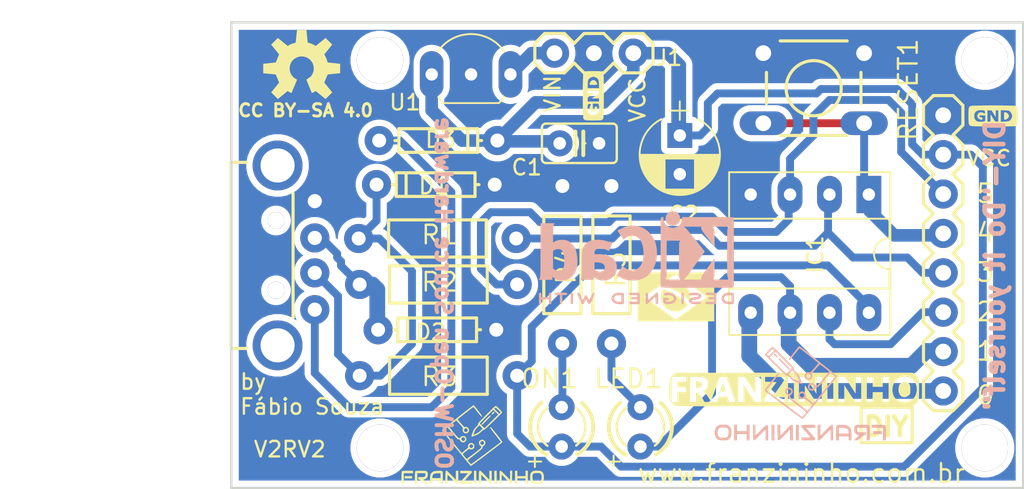
<source format=kicad_pcb>
(kicad_pcb (version 20171130) (host pcbnew 5.1.9-73d0e3b20d~88~ubuntu18.04.1)
  (layers (0 Top signal) (31 Bottom signal) (34 B.Paste user) (35 F.Paste user) (36 B.SilkS user) (37 F.SilkS user) (38 B.Mask user) (39 F.Mask user) (44 Edge.Cuts user))
  (net 0 "")
  (net 1 GND)
  (net 2 5V)
  (net 3 "Net-(D3-PadA)")
  (net 4 "Net-(D1-PadC)")
  (net 5 "Net-(D2-PadC)")
  (net 6 "Net-(IC1-Pad7)")
  (net 7 "Net-(IC1-Pad6)")
  (net 8 "Net-(IC1-Pad5)")
  (net 9 "Net-(IC1-Pad3)")
  (net 10 "Net-(IC1-Pad2)")
  (net 11 "Net-(IC1-Pad1)")
  (net 12 "Net-(LED1-PadK)")
  (net 13 "Net-(ON1-PadK)")
  (net 14 "Net-(J1-Pad3)")
  (module Franzininho:LED3MM (layer Top) (at 144.272 116.078 90)
    (fp_text reference ON1 (at 3.81 1.143) (layer F.SilkS) (effects (font (size 1.2 1.2) (thickness 0.1524)) (justify right top)))
    (fp_text value LED3MM)
    (pad K thru_hole circle (at 1.27 0 90) (size 1.6764 1.6764) (drill 0.8128) (layers *.Cu *.Mask) (net 13 "Net-(ON1-PadK)"))
    (pad A thru_hole circle (at -1.27 0 90) (size 1.6764 1.6764) (drill 0.8128) (layers *.Cu *.Mask) (net 2 5V))
  )
  (module "" (layer Top) (at 132.56235 92.4361)
    (fp_text reference @HOLE0 hide)
    (fp_text value "" (at 0 0) (layer F.SilkS) (effects (font (size 1.27 1.27))))
    (pad "" thru_hole circle (at 0 0) (size 3 3) (drill 3) (layers *.Cu *.Mask))
  )
  (module "" (layer Top) (at 171.56235 92.4361)
    (fp_text reference @HOLE1 hide)
    (fp_text value "" (at 0 0) (layer F.SilkS) (effects (font (size 1.27 1.27))))
    (pad "" thru_hole circle (at 0 0) (size 3 3) (drill 3) (layers *.Cu *.Mask))
  )
  (module "" (layer Top) (at 171.56235 117.4361)
    (fp_text reference @HOLE2 hide)
    (fp_text value "" (at 0 0) (layer F.SilkS) (effects (font (size 1.27 1.27))))
    (pad "" thru_hole circle (at 0 0) (size 3 3) (drill 3) (layers *.Cu *.Mask))
  )
  (module "" (layer Top) (at 132.56235 117.4361)
    (fp_text reference @HOLE3 hide)
    (fp_text value "" (at 0 0) (layer F.SilkS) (effects (font (size 1.27 1.27))))
    (pad "" thru_hole circle (at 0 0) (size 3 3) (drill 3) (layers *.Cu *.Mask))
  )
  (module Franzininho:USB-A-H (layer Top) (at 125.95235 105.0186)
    (fp_text reference X1 hide)
    (fp_text value USB-A-H hide)
    (pad "" thru_hole circle (at -0.1 2.25) (size 1.1 1.1) (drill 1.1) (layers *.Cu *.Mask))
    (pad "" thru_hole circle (at -0.1 -2.25) (size 1.1 1.1) (drill 1.1) (layers *.Cu *.Mask))
    (pad GND3 thru_hole circle (at 0 -5.8 270) (size 3.216 3.216) (drill 2.2) (layers *.Cu *.Mask))
    (pad GND2 thru_hole circle (at 0 5.8 270) (size 3.216 3.216) (drill 2.2) (layers *.Cu *.Mask))
    (pad VBUS thru_hole circle (at 2.4 3.5 270) (size 1.8796 1.8796) (drill 0.9144) (layers *.Cu *.Mask) (net 3 "Net-(D3-PadA)"))
    (pad D- thru_hole circle (at 2.4 1.127 270) (size 1.8796 1.8796) (drill 0.9144) (layers *.Cu *.Mask) (net 4 "Net-(D1-PadC)"))
    (pad D+ thru_hole circle (at 2.4 -1.127 270) (size 1.8796 1.8796) (drill 0.9144) (layers *.Cu *.Mask) (net 5 "Net-(D2-PadC)"))
    (pad GND thru_hole circle (at 2.4 -3.5 270) (size 1.8796 1.8796) (drill 0.9144) (layers *.Cu *.Mask) (net 1 GND))
  )
  (module Franzininho:DIODE-BZT52 (layer Top) (at 136.24585 109.8141 180)
    (fp_text reference D2 (at -0.66015 0.4417) (layer F.SilkS) (effects (font (thickness 0.1524)) (justify right top)))
    (fp_text value BZT52 hide)
    (pad C thru_hole circle (at 3.81 0 180) (size 1.8796 1.8796) (drill 0.9) (layers *.Cu *.Mask) (net 5 "Net-(D2-PadC)"))
    (pad A thru_hole circle (at -3.81 0 180) (size 1.8796 1.8796) (drill 0.9) (layers *.Cu *.Mask) (net 1 GND))
  )
  (module Franzininho:DIODE-BZT52 (layer Top) (at 136.14685 100.4521 180)
    (fp_text reference D1 (at -0.96235 0.4777) (layer F.SilkS) (effects (font (thickness 0.1524)) (justify right top)))
    (fp_text value BZT52 hide)
    (pad C thru_hole circle (at 3.81 0 180) (size 1.8796 1.8796) (drill 0.9) (layers *.Cu *.Mask) (net 4 "Net-(D1-PadC)"))
    (pad A thru_hole circle (at -3.81 0 180) (size 1.8796 1.8796) (drill 0.9) (layers *.Cu *.Mask) (net 1 GND))
  )
  (module Franzininho:C025-025X050 (layer Top) (at 145.415 97.79)
    (fp_text reference C1 (at -2.31845 0.9668) (layer F.SilkS) (effects (font (thickness 0.1524)) (justify right top)))
    (fp_text value 0.1uf)
    (pad 2 thru_hole circle (at 1.27 0) (size 1.6764 1.6764) (drill 0.8128) (layers *.Cu *.Mask) (net 1 GND))
    (pad 1 thru_hole circle (at -1.27 0) (size 1.6764 1.6764) (drill 0.8128) (layers *.Cu *.Mask) (net 2 5V))
  )
  (module Franzininho:AXIAL-0.4 (layer Top) (at 136.26235 103.9281)
    (fp_text reference R1 (at -1.13435 0.4659) (layer F.SilkS) (effects (font (size 1.2 1.2) (thickness 0.1524)) (justify left bottom)))
    (fp_text value 68R hide)
    (pad P$2 thru_hole circle (at 5.08 0) (size 1.8796 1.8796) (drill 0.9) (layers *.Cu *.Mask) (net 10 "Net-(IC1-Pad2)"))
    (pad P$1 thru_hole circle (at -5.08 0) (size 1.8796 1.8796) (drill 0.9) (layers *.Cu *.Mask) (net 4 "Net-(D1-PadC)"))
  )
  (module Franzininho:AXIAL-0.4 (layer Top) (at 136.32485 106.8931)
    (fp_text reference R2 (at -1.19685 0.5489) (layer F.SilkS) (effects (font (size 1.2 1.2) (thickness 0.1524)) (justify left bottom)))
    (fp_text value 68R hide)
    (pad P$2 thru_hole circle (at 5.08 0) (size 1.8796 1.8796) (drill 0.9) (layers *.Cu *.Mask) (net 9 "Net-(IC1-Pad3)"))
    (pad P$1 thru_hole circle (at -5.08 0) (size 1.8796 1.8796) (drill 0.9) (layers *.Cu *.Mask) (net 5 "Net-(D2-PadC)"))
  )
  (module Franzininho:AXIAL-0.4 (layer Top) (at 136.32485 112.776 180)
    (fp_text reference R3 hide)
    (fp_text value 1K5 hide)
    (fp_text user R3 (at 1.19685 -0.762 180) (layer F.SilkS) (effects (font (size 1.2 1.2) (thickness 0.1524)) (justify left bottom)))
    (pad P$2 thru_hole circle (at 5.08 0 180) (size 1.8796 1.8796) (drill 0.9) (layers *.Cu *.Mask) (net 4 "Net-(D1-PadC)"))
    (pad P$1 thru_hole circle (at -5.08 0 180) (size 1.8796 1.8796) (drill 0.9) (layers *.Cu *.Mask) (net 2 5V))
  )
  (module Franzininho:LED3MM (layer Top) (at 149.352 116.078 90)
    (fp_text reference LED1 (at 3.81 1.524) (layer F.SilkS) (effects (font (size 1.2 1.2) (thickness 0.1524)) (justify right top)))
    (fp_text value LED3MM)
    (pad K thru_hole circle (at 1.27 0 90) (size 1.6764 1.6764) (drill 0.8128) (layers *.Cu *.Mask) (net 12 "Net-(LED1-PadK)"))
    (pad A thru_hole circle (at -1.27 0 90) (size 1.6764 1.6764) (drill 0.8128) (layers *.Cu *.Mask) (net 7 "Net-(IC1-Pad6)"))
  )
  (module Franzininho:AXIAL-0.4 (layer Top) (at 147.48585 105.6231 270)
    (fp_text reference R5 (at -0.9751 0.41985 90) (layer F.SilkS) (effects (font (size 1.2 1.2) (thickness 0.1524)) (justify right top)))
    (fp_text value 1K hide)
    (pad P$2 thru_hole circle (at 5.08 0 270) (size 1.8796 1.8796) (drill 0.9) (layers *.Cu *.Mask) (net 12 "Net-(LED1-PadK)"))
    (pad P$1 thru_hole circle (at -5.08 0 270) (size 1.8796 1.8796) (drill 0.9) (layers *.Cu *.Mask) (net 1 GND))
  )
  (module Franzininho:DIODE-1N4148 (layer Top) (at 136.31645 97.6105)
    (fp_text reference D3 (at -0.93445 0.5351) (layer F.SilkS) (effects (font (thickness 0.1524)) (justify left bottom)))
    (fp_text value 1N4148 hide)
    (pad C thru_hole circle (at 3.81 0) (size 1.8796 1.8796) (drill 0.9) (layers *.Cu *.Mask) (net 2 5V))
    (pad A thru_hole circle (at -3.81 0) (size 1.8796 1.8796) (drill 0.9) (layers *.Cu *.Mask) (net 3 "Net-(D3-PadA)"))
  )
  (module Franzininho:AXIAL-0.4 (layer Top) (at 144.32085 105.6231 270)
    (fp_text reference R4 (at -1.1783 0.45525 90) (layer F.SilkS) (effects (font (size 1.2 1.2) (thickness 0.1524)) (justify right top)))
    (fp_text value 1K hide)
    (pad P$2 thru_hole circle (at 5.08 0 270) (size 1.8796 1.8796) (drill 0.9) (layers *.Cu *.Mask) (net 13 "Net-(ON1-PadK)"))
    (pad P$1 thru_hole circle (at -5.08 0 270) (size 1.8796 1.8796) (drill 0.9) (layers *.Cu *.Mask) (net 1 GND))
  )
  (module Franzininho:1X08_ROUND (layer Top) (at 168.87985 113.7611 90)
    (fp_text reference JP3 hide)
    (fp_text value M08)
    (pad 8 thru_hole circle (at 17.78 0 180) (size 1.8796 1.8796) (drill 1.016) (layers *.Cu *.Mask) (net 1 GND))
    (pad 7 thru_hole circle (at 15.24 0 180) (size 1.8796 1.8796) (drill 1.016) (layers *.Cu *.Mask) (net 2 5V))
    (pad 6 thru_hole circle (at 12.7 0 180) (size 1.8796 1.8796) (drill 1.016) (layers *.Cu *.Mask) (net 9 "Net-(IC1-Pad3)"))
    (pad 5 thru_hole circle (at 10.16 0 180) (size 1.8796 1.8796) (drill 1.016) (layers *.Cu *.Mask) (net 11 "Net-(IC1-Pad1)"))
    (pad 4 thru_hole circle (at 7.62 0 180) (size 1.8796 1.8796) (drill 1.016) (layers *.Cu *.Mask) (net 10 "Net-(IC1-Pad2)"))
    (pad 3 thru_hole circle (at 5.08 0 180) (size 1.8796 1.8796) (drill 1.016) (layers *.Cu *.Mask) (net 6 "Net-(IC1-Pad7)"))
    (pad 2 thru_hole circle (at 2.54 0 180) (size 1.8796 1.8796) (drill 1.016) (layers *.Cu *.Mask) (net 7 "Net-(IC1-Pad6)"))
    (pad 1 thru_hole circle (at 0 0 180) (size 1.8796 1.8796) (drill 1.016) (layers *.Cu *.Mask) (net 8 "Net-(IC1-Pad5)"))
  )
  (module Franzininho:OSHW-LOGO-M (layer Top) (at 127.508 92.964)
    (fp_text reference LOGO1 hide)
    (fp_text value OSHW-LOGOM hide)
  )
  (module Franzininho:1X03 (layer Top) (at 148.89235 91.9761 180)
    (fp_text reference J1 (at -3.25365 0.2821) (layer F.SilkS) (effects (font (thickness 0.1524)) (justify right top)))
    (fp_text value M03PTH)
    (pad 3 thru_hole circle (at 5.08 0 270) (size 1.8796 1.8796) (drill 1.016) (layers *.Cu *.Mask) (net 14 "Net-(J1-Pad3)"))
    (pad 2 thru_hole circle (at 2.54 0 270) (size 1.8796 1.8796) (drill 1.016) (layers *.Cu *.Mask) (net 1 GND))
    (pad 1 thru_hole circle (at 0 0 270) (size 1.8796 1.8796) (drill 1.016) (layers *.Cu *.Mask) (net 2 5V))
  )
  (module Franzininho:TAC-SWITCH-PTH (layer Top) (at 160.528 94.234 180)
    (fp_text reference RESET1 (at -5.3848 3.302 90) (layer F.SilkS) (effects (font (size 1.2065 1.2065) (thickness 0.1524)) (justify right top)))
    (fp_text value TACTILE-SWITCH-PTH)
    (pad 1 thru_hole oval (at -3.2512 -2.2606 180) (size 3.048 1.524) (drill 1.016) (layers *.Cu *.Mask) (net 11 "Net-(IC1-Pad1)"))
    (pad 2 thru_hole oval (at 3.2512 -2.2606 180) (size 3.048 1.524) (drill 1.016) (layers *.Cu *.Mask) (net 11 "Net-(IC1-Pad1)"))
    (pad 3 thru_hole oval (at -3.2512 2.2606 180) (size 3.048 1.524) (drill 1.016) (layers *.Cu *.Mask) (net 1 GND))
    (pad 4 thru_hole oval (at 3.2512 2.2606 180) (size 3.048 1.524) (drill 1.016) (layers *.Cu *.Mask) (net 1 GND))
  )
  (module library:TO-92_Inline_Wide (layer Top) (at 135.89 93.345)
    (fp_text reference U1 (at -1.7272 1.8034 180) (layer F.SilkS))
    (fp_text value L78L05_TO92)
    (pad 1 thru_hole oval (at 0 0 90) (size 3 1.52) (drill 0.8) (layers *.Cu *.Mask) (net 2 5V))
    (pad 3 thru_hole oval (at 5.08 0 90) (size 3 1.52) (drill 0.8) (layers *.Cu *.Mask) (net 14 "Net-(J1-Pad3)"))
    (pad 2 thru_hole oval (at 2.54 0 90) (size 3 1.52) (drill 0.8) (layers *.Cu *.Mask) (net 1 GND))
  )
  (module Housings_DIP:DIP-8_W7.62mm_Socket_LongPads (layer Top) (at 164.084 101.092 270)
    (fp_text reference IC1 (at 3.8608 3.4544 270) (layer F.SilkS))
    (fp_text value "ATTINY85 - 20PU")
    (pad 8 thru_hole oval (at 7.62 0 270) (size 2.4 1.6) (drill 0.8) (layers *.Cu *.Mask) (net 2 5V))
    (pad 4 thru_hole oval (at 0 7.62 270) (size 2.4 1.6) (drill 0.8) (layers *.Cu *.Mask) (net 1 GND))
    (pad 7 thru_hole oval (at 7.62 2.54 270) (size 2.4 1.6) (drill 0.8) (layers *.Cu *.Mask) (net 6 "Net-(IC1-Pad7)"))
    (pad 3 thru_hole oval (at 0 5.08 270) (size 2.4 1.6) (drill 0.8) (layers *.Cu *.Mask) (net 9 "Net-(IC1-Pad3)"))
    (pad 6 thru_hole oval (at 7.62 5.08 270) (size 2.4 1.6) (drill 0.8) (layers *.Cu *.Mask) (net 7 "Net-(IC1-Pad6)"))
    (pad 2 thru_hole oval (at 0 2.54 270) (size 2.4 1.6) (drill 0.8) (layers *.Cu *.Mask) (net 10 "Net-(IC1-Pad2)"))
    (pad 5 thru_hole oval (at 7.62 7.62 270) (size 2.4 1.6) (drill 0.8) (layers *.Cu *.Mask) (net 8 "Net-(IC1-Pad5)"))
    (pad 1 thru_hole rect (at 0 0 270) (size 2.4 1.6) (drill 0.8) (layers *.Cu *.Mask) (net 11 "Net-(IC1-Pad1)"))
  )
  (module Graphics:FRANZININHO_16x2 (layer Top) (at 159.258 113.665)
    (fp_text reference G*** hide)
    (fp_text value LOGO hide)
  )
  (module Graphics:bandeiraBrasil (layer Top) (at 151.638 107.696)
    (fp_text reference G*** hide)
    (fp_text value LOGO hide)
  )
  (module Capacitors_THT:CP_Radial_D5.0mm_P2.50mm (layer Top) (at 151.892 97.282 270)
    (fp_text reference C2 (at 5.08 -0.254) (layer F.SilkS))
    (fp_text value 10uF)
    (pad 2 thru_hole circle (at 2.5 0 270) (size 1.6 1.6) (drill 0.8) (layers *.Cu *.Mask) (net 1 GND))
    (pad 1 thru_hole rect (at 0 0 270) (size 1.6 1.6) (drill 0.8) (layers *.Cu *.Mask) (net 2 5V))
  )
  (module Graphics:GND2 (layer Top) (at 172.085 96.012)
    (fp_text reference G*** hide)
    (fp_text value LOGO hide)
  )
  (module Graphics:GND2 (layer Top) (at 146.304 94.742 90)
    (fp_text reference G*** hide)
    (fp_text value LOGO hide)
  )
  (module Graphics:logo-franzininho12_7 (layer Bottom) (at 159.639 113.919 180)
    (fp_text reference G*** hide)
    (fp_text value LOGO hide)
  )
  (module Graphics:logo-franzininho10_6 (layer Top) (at 138.557 117.221)
    (fp_text reference G*** hide)
    (fp_text value LOGO hide)
  )
  (module Symbols:KiCad-Logo2_6mm_SilkScreen (layer Bottom) (at 149.098 105.156 180)
    (fp_text reference REF*** hide)
    (fp_text value KiCad-Logo2_6mm_SilkScreen hide)
  )
  (gr_text "OSHW-Open Source Hardware" (at 136.652 107.442 270) (layer B.SilkS) (effects (font (size 1 1) (thickness 0.25)) (justify mirror)))
  (gr_text "DIY-\"Do it yourself\"" (at 172.212 105.664 90) (layer B.SilkS) (effects (font (size 1.2 1.2) (thickness 0.3)) (justify mirror)))
  (gr_text 5 (at 172.2755 100.33) (layer F.SilkS) (effects (font (size 1.2 1.2) (thickness 0.1524)) (justify right top)))
  (gr_text 4 (at 172.2755 102.87) (layer F.SilkS) (effects (font (size 1.2 1.2) (thickness 0.1524)) (justify right top)))
  (gr_text 3 (at 172.2755 105.41) (layer F.SilkS) (effects (font (size 1.2 1.2) (thickness 0.1524)) (justify right top)))
  (gr_text 2 (at 172.2755 107.95) (layer F.SilkS) (effects (font (size 1.2 1.2) (thickness 0.1524)) (justify right top)))
  (gr_text 1 (at 172.2755 110.49) (layer F.SilkS) (effects (font (size 1.2 1.2) (thickness 0.1524)) (justify right top)))
  (gr_text "by\nFábio Souza\n\n" (at 123.444 116.967) (layer F.SilkS) (effects (font (size 1 1) (thickness 0.1524)) (justify left bottom)))
  (gr_line (start 166.88562 117.094) (end 166.63162 117.094) (layer F.SilkS) (width 0.2))
  (gr_line (start 166.88562 114.808) (end 166.63162 114.808) (layer F.SilkS) (width 0.2))
  (gr_line (start 166.88562 117.094) (end 166.88562 114.808) (layer F.SilkS) (width 0.2))
  (gr_line (start 163.58362 114.808) (end 166.63162 114.808) (layer F.SilkS) (width 0.2))
  (gr_line (start 163.58362 117.094) (end 166.63162 117.094) (layer F.SilkS) (width 0.2))
  (gr_line (start 163.58362 114.808) (end 163.58362 117.094) (layer F.SilkS) (width 0.2))
  (gr_text DIY (at 165.2143 116.0653) (layer F.SilkS) (effects (font (size 1.2 1.2) (thickness 0.3))))
  (gr_line (start 122.96735 120.0186) (end 174.03485 120.0186) (layer Edge.Cuts) (width 0.15))
  (gr_line (start 174.03485 120.0186) (end 174.03485 89.9886) (layer Edge.Cuts) (width 0.15))
  (gr_line (start 174.03485 89.9886) (end 122.96735 89.9886) (layer Edge.Cuts) (width 0.15))
  (gr_line (start 122.96735 89.9886) (end 122.96735 120.0186) (layer Edge.Cuts) (width 0.15))
  (gr_text "CC BY-SA 4.0" (at 123.317 96.139) (layer F.SilkS) (effects (font (size 0.8 0.8) (thickness 0.18288)) (justify left bottom)))
  (gr_text VCC (at 173.355 98.171) (layer F.SilkS) (effects (font (size 1 1) (thickness 0.1524)) (justify right top)))
  (gr_text 0 (at 172.2755 113.3475) (layer F.SilkS) (effects (font (size 1.2 1.2) (thickness 0.1524)) (justify right top)))
  (gr_text V2RV2 (at 124.333 118.11) (layer F.SilkS) (effects (font (size 1 1) (thickness 0.1524)) (justify left bottom)))
  (gr_text www.franzininho.com.br (at 149.098 118.364) (layer F.SilkS) (effects (font (size 1.2 1.2) (thickness 0.1524)) (justify left top)))
  (gr_text VCC (at 148.57485 93.472 90) (layer F.SilkS) (effects (font (size 1 1) (thickness 0.1524)) (justify right top)))
  (gr_text VIN (at 144.272 95.885 90) (layer F.SilkS) (effects (font (size 1 1) (thickness 0.1524)) (justify left bottom)))
  (segment (start 159.3088 91.9734) (end 163.7792 91.9734) (width 0.508) (layer Top) (net 1))
  (segment (start 157.2768 91.9734) (end 159.3088 91.9734) (width 0.508) (layer Top) (net 1))
  (segment (start 140.12645 97.6105) (end 140.08295 97.6105) (width 0.4064) (layer Bottom) (net 2))
  (segment (start 140.08295 97.6105) (end 140.00235 97.6911) (width 0.4064) (layer Bottom) (net 2))
  (segment (start 169.2336 98.6436) (end 168.87985 98.5211) (width 0.4064) (layer Bottom) (net 2))
  (segment (start 163.81485 108.646) (end 163.99395 108.8251) (width 0.8128) (layer Bottom) (net 2))
  (segment (start 168.75735 98.6436) (end 168.87985 98.5211) (width 0.8128) (layer Bottom) (net 2))
  (segment (start 148.89235 91.9761) (end 151.11485 91.9761) (width 0.8128) (layer Bottom) (net 2))
  (segment (start 151.11485 91.9761) (end 151.74985 92.6111) (width 0.8128) (layer Bottom) (net 2))
  (segment (start 148.89235 91.9761) (end 148.89235 93.2461) (width 0.8128) (layer Bottom) (net 2))
  (segment (start 148.89235 93.2461) (end 146.98735 95.1511) (width 0.8128) (layer Bottom) (net 2))
  (segment (start 146.98735 95.1511) (end 142.58585 95.1511) (width 0.8128) (layer Bottom) (net 2))
  (segment (start 142.58585 95.1511) (end 140.12645 97.6105) (width 0.8128) (layer Bottom) (net 2))
  (segment (start 144.10125 97.663) (end 140.25335 97.663) (width 0.8128) (layer Bottom) (net 2))
  (segment (start 140.25335 97.4836) (end 140.12645 97.6105) (width 0.8128) (layer Bottom) (net 2))
  (segment (start 138.797373 97.6105) (end 140.12645 97.6105) (width 0.8128) (layer Bottom) (net 2))
  (segment (start 137.8427 97.6105) (end 138.797373 97.6105) (width 0.8128) (layer Bottom) (net 2))
  (segment (start 135.89 95.6578) (end 137.8427 97.6105) (width 0.8128) (layer Bottom) (net 2))
  (segment (start 135.89 93.345) (end 135.89 95.6578) (width 0.8128) (layer Bottom) (net 2))
  (segment (start 142.344649 111.836201) (end 141.40485 112.776) (width 0.508) (layer Bottom) (net 2))
  (segment (start 142.344649 109.623351) (end 142.344649 111.836201) (width 0.508) (layer Bottom) (net 2))
  (segment (start 146.304 105.664) (end 142.344649 109.623351) (width 0.508) (layer Bottom) (net 2))
  (segment (start 161.436 105.664) (end 146.304 105.664) (width 0.508) (layer Bottom) (net 2))
  (segment (start 164.084 108.312) (end 161.436 105.664) (width 0.508) (layer Bottom) (net 2))
  (segment (start 164.084 108.712) (end 164.084 108.312) (width 0.508) (layer Bottom) (net 2))
  (segment (start 160.996733 94.287989) (end 160.714143 94.570579) (width 0.508) (layer Bottom) (net 2))
  (segment (start 165.901267 94.287989) (end 160.996733 94.287989) (width 0.508) (layer Bottom) (net 2))
  (segment (start 160.714143 94.570579) (end 154.330621 94.570579) (width 0.508) (layer Bottom) (net 2))
  (segment (start 167.550773 98.5211) (end 166.878 97.848327) (width 0.508) (layer Bottom) (net 2))
  (segment (start 168.87985 98.5211) (end 167.550773 98.5211) (width 0.508) (layer Bottom) (net 2))
  (segment (start 166.878 95.264722) (end 165.901267 94.287989) (width 0.508) (layer Bottom) (net 2))
  (segment (start 166.878 97.848327) (end 166.878 95.264722) (width 0.508) (layer Bottom) (net 2))
  (segment (start 142.24 117.348) (end 144.272 117.348) (width 0.508) (layer Bottom) (net 2))
  (segment (start 141.40485 112.776) (end 141.40485 116.51285) (width 0.508) (layer Bottom) (net 2))
  (segment (start 141.40485 116.51285) (end 142.24 117.348) (width 0.508) (layer Bottom) (net 2))
  (segment (start 169.00235 98.6436) (end 168.87985 98.5211) (width 1.016) (layer Bottom) (net 2))
  (segment (start 144.272 117.348) (end 146.812 117.348) (width 0.508) (layer Bottom) (net 2))
  (segment (start 166.360749 118.640201) (end 171.43485 113.5661) (width 0.508) (layer Bottom) (net 2))
  (segment (start 148.104201 118.640201) (end 166.360749 118.640201) (width 0.508) (layer Bottom) (net 2))
  (segment (start 146.812 117.348) (end 148.104201 118.640201) (width 0.508) (layer Bottom) (net 2))
  (segment (start 168.87985 98.5211) (end 170.6571 98.5211) (width 0.508) (layer Bottom) (net 2))
  (segment (start 171.43485 99.29885) (end 171.43485 113.5661) (width 0.508) (layer Bottom) (net 2))
  (segment (start 170.6571 98.5211) (end 171.43485 99.29885) (width 0.508) (layer Bottom) (net 2))
  (segment (start 151.74985 92.6111) (end 151.74985 97.15135) (width 0.8128) (layer Bottom) (net 2))
  (segment (start 151.892 92.75325) (end 151.74985 92.6111) (width 0.8128) (layer Bottom) (net 2))
  (segment (start 151.892 97.282) (end 151.892 92.75325) (width 0.8128) (layer Bottom) (net 2))
  (segment (start 151.892 97.282) (end 153.2 97.282) (width 0.508) (layer Bottom) (net 2))
  (segment (start 153.7006 96.7814) (end 153.7006 95.2006) (width 0.508) (layer Bottom) (net 2))
  (segment (start 153.2 97.282) (end 153.7006 96.7814) (width 0.508) (layer Bottom) (net 2))
  (segment (start 154.330621 94.570579) (end 153.7006 95.2006) (width 0.508) (layer Bottom) (net 2))
  (segment (start 137.16 100.934973) (end 133.835527 97.6105) (width 0.508) (layer Bottom) (net 3))
  (segment (start 137.16 113.538) (end 137.16 100.934973) (width 0.508) (layer Bottom) (net 3))
  (segment (start 133.835527 97.6105) (end 132.50645 97.6105) (width 0.508) (layer Bottom) (net 3))
  (segment (start 128.35235 108.5186) (end 128.35235 112.60435) (width 0.508) (layer Bottom) (net 3))
  (segment (start 128.35235 112.60435) (end 130.556 114.808) (width 0.508) (layer Bottom) (net 3))
  (segment (start 135.89 114.808) (end 137.16 113.538) (width 0.508) (layer Bottom) (net 3))
  (segment (start 130.556 114.808) (end 135.89 114.808) (width 0.508) (layer Bottom) (net 3))
  (segment (start 129.292149 107.085399) (end 128.35235 106.1456) (width 0.508) (layer Bottom) (net 4))
  (segment (start 129.851049 107.644299) (end 129.292149 107.085399) (width 0.508) (layer Bottom) (net 4))
  (segment (start 129.851049 111.382199) (end 129.851049 107.644299) (width 0.508) (layer Bottom) (net 4))
  (segment (start 131.24485 112.776) (end 129.851049 111.382199) (width 0.508) (layer Bottom) (net 4))
  (segment (start 132.573927 112.776) (end 134.62 110.729927) (width 0.508) (layer Bottom) (net 4))
  (segment (start 131.24485 112.776) (end 132.573927 112.776) (width 0.508) (layer Bottom) (net 4))
  (segment (start 134.62 106.036673) (end 134.62 110.729927) (width 0.508) (layer Bottom) (net 4))
  (segment (start 132.511427 103.9281) (end 134.62 106.036673) (width 0.508) (layer Bottom) (net 4))
  (segment (start 131.18235 103.9281) (end 132.511427 103.9281) (width 0.508) (layer Bottom) (net 4))
  (segment (start 132.33685 102.7736) (end 131.18235 103.9281) (width 0.508) (layer Bottom) (net 4))
  (segment (start 132.33685 100.4521) (end 132.33685 102.7736) (width 0.508) (layer Bottom) (net 4))
  (segment (start 131.24485 106.8931) (end 131.24485 107.0311) (width 0.6096) (layer Bottom) (net 5))
  (segment (start 132.38235 107.2161) (end 132.38235 109.7606) (width 1.016) (layer Bottom) (net 5))
  (segment (start 132.38235 109.7606) (end 132.43585 109.8141) (width 0.6096) (layer Bottom) (net 5))
  (segment (start 132.38235 107.2161) (end 132.06485 106.8986) (width 1.016) (layer Bottom) (net 5))
  (segment (start 132.06485 106.8986) (end 131.25035 106.8986) (width 1.016) (layer Bottom) (net 5))
  (segment (start 131.25035 106.8986) (end 131.24485 106.8931) (width 1.016) (layer Bottom) (net 5))
  (segment (start 128.7836 103.8916) (end 128.35235 103.8916) (width 0.508) (layer Bottom) (net 5))
  (segment (start 129.794 104.902) (end 128.7836 103.8916) (width 0.508) (layer Bottom) (net 5))
  (segment (start 129.794 105.156) (end 129.794 104.902) (width 0.508) (layer Bottom) (net 5))
  (segment (start 130.048 105.41) (end 129.794 105.156) (width 0.508) (layer Bottom) (net 5))
  (segment (start 131.24485 106.8931) (end 130.048 105.69625) (width 0.508) (layer Bottom) (net 5))
  (segment (start 130.048 105.69625) (end 130.048 105.41) (width 0.508) (layer Bottom) (net 5))
  (segment (start 161.544 109.112) (end 161.544 108.712) (width 0.508) (layer Bottom) (net 6))
  (segment (start 167.550773 108.6811) (end 168.87985 108.6811) (width 0.508) (layer Bottom) (net 6))
  (segment (start 165.487873 110.744) (end 167.550773 108.6811) (width 0.508) (layer Bottom) (net 6))
  (segment (start 161.868 110.744) (end 165.487873 110.744) (width 0.508) (layer Bottom) (net 6))
  (segment (start 161.544 110.42) (end 161.868 110.744) (width 0.508) (layer Bottom) (net 6))
  (segment (start 161.544 108.712) (end 161.544 110.42) (width 0.508) (layer Bottom) (net 6))
  (segment (start 158.8936 108.80475) (end 158.91395 108.8251) (width 0.4064) (layer Bottom) (net 7))
  (segment (start 158.91395 108.8251) (end 158.91395 110.72895) (width 1.016) (layer Bottom) (net 7))
  (segment (start 158.91395 110.72895) (end 160.32235 112.13735) (width 1.016) (layer Bottom) (net 7))
  (segment (start 160.32235 112.13735) (end 166.8311 112.13735) (width 1.016) (layer Bottom) (net 7))
  (segment (start 166.8311 112.13735) (end 167.7836 111.18485) (width 1.016) (layer Bottom) (net 7))
  (segment (start 167.7836 111.18485) (end 168.8436 111.18485) (width 1.016) (layer Bottom) (net 7))
  (segment (start 168.8436 111.18485) (end 168.87985 111.2211) (width 1.016) (layer Bottom) (net 7))
  (segment (start 150.537393 117.348) (end 149.352 117.348) (width 0.508) (layer Bottom) (net 7))
  (segment (start 159.004 107.004) (end 158.426 106.426) (width 0.508) (layer Bottom) (net 7))
  (segment (start 159.004 108.712) (end 159.004 107.004) (width 0.508) (layer Bottom) (net 7))
  (segment (start 154.94 106.426) (end 153.97235 107.39365) (width 0.508) (layer Bottom) (net 7))
  (segment (start 153.97235 107.39365) (end 153.97235 113.913043) (width 0.508) (layer Bottom) (net 7))
  (segment (start 158.426 106.426) (end 154.94 106.426) (width 0.508) (layer Bottom) (net 7))
  (segment (start 153.97235 113.913043) (end 150.537393 117.348) (width 0.508) (layer Bottom) (net 7))
  (segment (start 156.37395 108.8251) (end 156.37395 111.5227) (width 1.016) (layer Bottom) (net 8))
  (segment (start 168.87985 113.7611) (end 158.61235 113.7611) (width 1.016) (layer Bottom) (net 8))
  (segment (start 158.61235 113.7611) (end 156.37395 111.5227) (width 1.016) (layer Bottom) (net 8))
  (segment (start 159.05235 101.3435) (end 158.91395 101.2051) (width 0.4064) (layer Bottom) (net 9))
  (segment (start 141.39935 106.8986) (end 141.40485 106.8931) (width 0.6096) (layer Bottom) (net 9))
  (segment (start 168.75735 101.1836) (end 168.87985 101.0611) (width 0.8128) (layer Bottom) (net 9))
  (segment (start 168.68485 100.8661) (end 168.87985 101.0611) (width 0.8128) (layer Bottom) (net 9))
  (segment (start 158.91395 102.70605) (end 158.91395 101.2051) (width 0.508) (layer Bottom) (net 9))
  (segment (start 158.115 103.505) (end 158.91395 102.70605) (width 0.508) (layer Bottom) (net 9))
  (segment (start 154.94 103.505) (end 158.115 103.505) (width 0.508) (layer Bottom) (net 9))
  (segment (start 153.957701 102.522701) (end 154.94 103.505) (width 0.508) (layer Bottom) (net 9))
  (segment (start 142.875 102.87) (end 147.32 102.87) (width 0.508) (layer Bottom) (net 9))
  (segment (start 140.075773 106.8931) (end 139.065 105.882327) (width 0.508) (layer Bottom) (net 9))
  (segment (start 147.667299 102.522701) (end 153.957701 102.522701) (width 0.508) (layer Bottom) (net 9))
  (segment (start 139.065 105.882327) (end 139.065 102.87) (width 0.508) (layer Bottom) (net 9))
  (segment (start 139.7 102.235) (end 142.24 102.235) (width 0.508) (layer Bottom) (net 9))
  (segment (start 147.32 102.87) (end 147.667299 102.522701) (width 0.508) (layer Bottom) (net 9))
  (segment (start 141.40485 106.8931) (end 140.075773 106.8931) (width 0.508) (layer Bottom) (net 9))
  (segment (start 139.065 102.87) (end 139.7 102.235) (width 0.508) (layer Bottom) (net 9))
  (segment (start 142.24 102.235) (end 142.875 102.87) (width 0.508) (layer Bottom) (net 9))
  (segment (start 168.87985 101.0611) (end 166.169989 98.351239) (width 0.508) (layer Bottom) (net 9))
  (segment (start 160.510103 97.282) (end 159.004 98.788103) (width 0.508) (layer Bottom) (net 9))
  (segment (start 159.004 98.788103) (end 159.004 99.384) (width 0.508) (layer Bottom) (net 9))
  (segment (start 159.004 99.384) (end 159.004 101.092) (width 0.508) (layer Bottom) (net 9))
  (segment (start 161.544 94.996) (end 160.510103 96.029897) (width 0.508) (layer Bottom) (net 9))
  (segment (start 165.354 94.996) (end 161.544 94.996) (width 0.508) (layer Bottom) (net 9))
  (segment (start 166.169989 95.811989) (end 165.354 94.996) (width 0.508) (layer Bottom) (net 9))
  (segment (start 166.169989 98.351239) (end 166.169989 95.811989) (width 0.508) (layer Bottom) (net 9))
  (segment (start 160.510103 96.029897) (end 160.510103 97.282) (width 0.508) (layer Bottom) (net 9))
  (segment (start 161.59235 101.3435) (end 161.45395 101.2051) (width 0.8128) (layer Bottom) (net 10))
  (segment (start 141.34235 103.9281) (end 147.5319 103.9281) (width 0.508) (layer Bottom) (net 10))
  (segment (start 147.5319 103.9281) (end 148.082 103.378) (width 0.508) (layer Bottom) (net 10))
  (segment (start 148.082 103.378) (end 153.416 103.378) (width 0.508) (layer Bottom) (net 10))
  (segment (start 153.416 103.378) (end 154.432 104.394) (width 0.508) (layer Bottom) (net 10))
  (segment (start 154.432 104.394) (end 160.60445 104.394) (width 0.508) (layer Bottom) (net 10))
  (segment (start 161.45395 101.2051) (end 161.45395 103.5445) (width 0.508) (layer Bottom) (net 10))
  (segment (start 161.45395 103.5445) (end 160.60445 104.394) (width 0.508) (layer Bottom) (net 10))
  (segment (start 167.550773 106.1411) (end 166.565673 105.156) (width 0.508) (layer Bottom) (net 10))
  (segment (start 168.87985 106.1411) (end 167.550773 106.1411) (width 0.508) (layer Bottom) (net 10))
  (segment (start 163.06545 105.156) (end 161.45395 103.5445) (width 0.508) (layer Bottom) (net 10))
  (segment (start 166.565673 105.156) (end 163.06545 105.156) (width 0.508) (layer Bottom) (net 10))
  (segment (start 164.13235 101.3435) (end 164.13235 102.1361) (width 0.8128) (layer Bottom) (net 11))
  (segment (start 164.13235 102.1361) (end 165.71985 103.7236) (width 0.8128) (layer Bottom) (net 11))
  (segment (start 165.71985 103.7236) (end 168.75735 103.7236) (width 0.8128) (layer Bottom) (net 11))
  (segment (start 168.75735 103.7236) (end 168.87985 103.6011) (width 0.6096) (layer Bottom) (net 11))
  (segment (start 163.99395 101.2051) (end 164.13235 101.3435) (width 0.6096) (layer Bottom) (net 11))
  (segment (start 164.13235 101.0667) (end 163.99395 101.2051) (width 0.8128) (layer Bottom) (net 11))
  (segment (start 163.7792 100.7872) (end 164.084 101.092) (width 0.508) (layer Bottom) (net 11))
  (segment (start 163.7792 96.4946) (end 163.7792 100.7872) (width 0.508) (layer Bottom) (net 11))
  (segment (start 157.2768 96.4946) (end 163.7792 96.4946) (width 0.508) (layer Top) (net 11))
  (segment (start 147.48585 112.94185) (end 149.352 114.808) (width 0.508) (layer Bottom) (net 12))
  (segment (start 147.48585 110.7031) (end 147.48585 112.94185) (width 0.508) (layer Bottom) (net 12))
  (segment (start 144.32085 110.7031) (end 144.44185 110.7031) (width 0.8128) (layer Bottom) (net 13))
  (segment (start 144.32085 114.75915) (end 144.272 114.808) (width 0.508) (layer Bottom) (net 13))
  (segment (start 144.32085 110.7031) (end 144.32085 114.75915) (width 0.508) (layer Bottom) (net 13))
  (segment (start 142.3389 91.9761) (end 140.97 93.345) (width 0.8128) (layer Bottom) (net 14))
  (segment (start 143.81235 91.9761) (end 142.3389 91.9761) (width 0.8128) (layer Bottom) (net 14))
  (zone (net 1) (net_name GND) (layer Bottom) (priority 6) (connect_pads yes (clearance 0.4064)) (min_thickness 0.0254) (fill yes (arc_segments 32) (thermal_gap 0.508) (thermal_bridge_width 0.508))
    (polygon (pts (xy 122.96735 90.1386) (xy 173.9986 90.1386) (xy 174.0661 120.00735) (xy 122.96735 120.0986)))
  )
)
</source>
